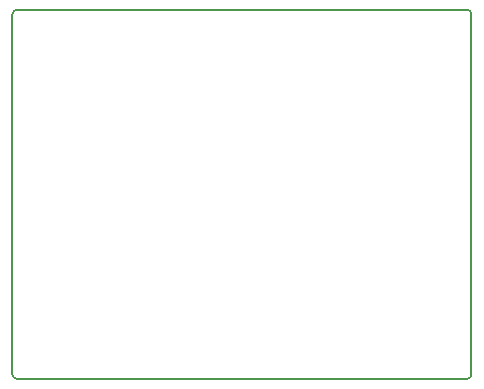
<source format=gbr>
G04 #@! TF.FileFunction,Profile,NP*
%FSLAX46Y46*%
G04 Gerber Fmt 4.6, Leading zero omitted, Abs format (unit mm)*
G04 Created by KiCad (PCBNEW 4.0.7) date 03/25/18 22:27:41*
%MOMM*%
%LPD*%
G01*
G04 APERTURE LIST*
%ADD10C,0.100000*%
%ADD11C,0.150000*%
G04 APERTURE END LIST*
D10*
D11*
X167386000Y-81915000D02*
X167386000Y-112395000D01*
X128524000Y-112395000D02*
X128524000Y-81915000D01*
X128524000Y-112395000D02*
G75*
G03X128905000Y-112776000I381000J0D01*
G01*
X128905000Y-81534000D02*
G75*
G03X128524000Y-81915000I0J-381000D01*
G01*
X167386000Y-81915000D02*
G75*
G03X167005000Y-81534000I-381000J0D01*
G01*
X167005000Y-112776000D02*
G75*
G03X167386000Y-112395000I0J381000D01*
G01*
X167005000Y-112776000D02*
X128905000Y-112776000D01*
X128905000Y-81534000D02*
X167005000Y-81534000D01*
M02*

</source>
